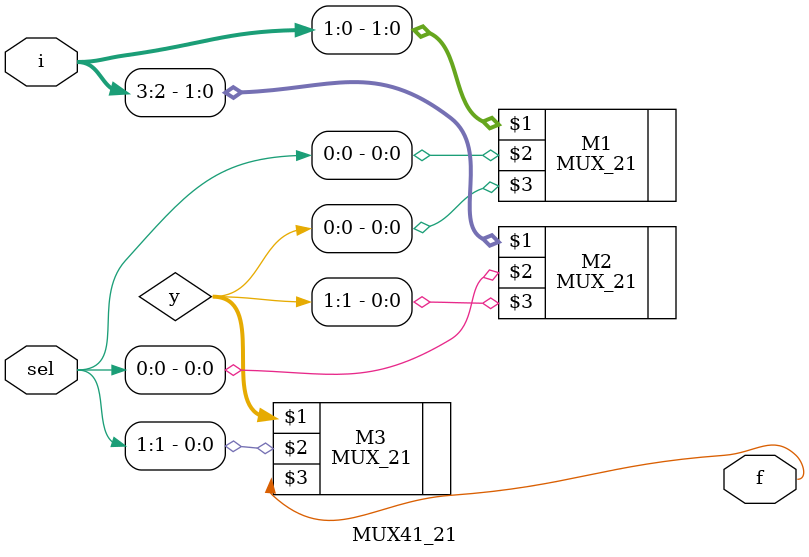
<source format=v>
`timescale 1ns / 1ps


module MUX41_21(
input [3:0] i,
input [1:0] sel,
output f
    );
    
wire [1:0] y;
MUX_21 M1 (i[1:0], sel[0], y[0]);
MUX_21 M2 (i[3:2], sel[0], y[1]);
MUX_21 M3 (y, sel[1], f);
endmodule

</source>
